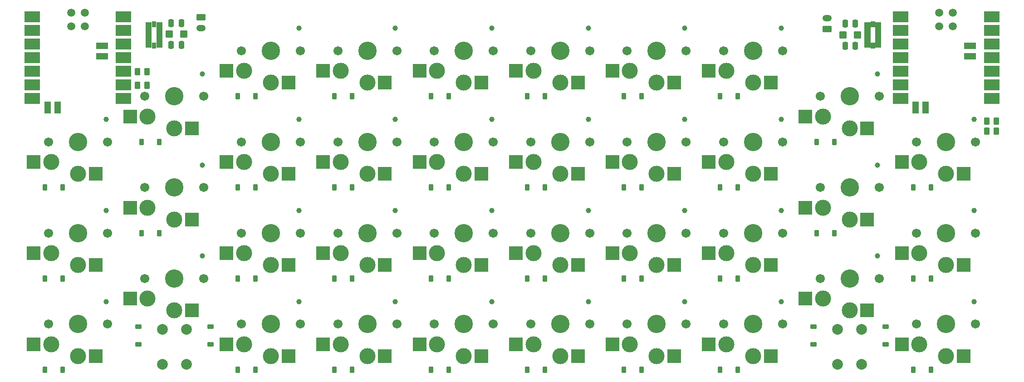
<source format=gbr>
%TF.GenerationSoftware,KiCad,Pcbnew,7.0.2-0*%
%TF.CreationDate,2024-08-24T17:52:38-04:00*%
%TF.ProjectId,PCB,5043422e-6b69-4636-9164-5f7063625858,rev?*%
%TF.SameCoordinates,Original*%
%TF.FileFunction,Soldermask,Bot*%
%TF.FilePolarity,Negative*%
%FSLAX46Y46*%
G04 Gerber Fmt 4.6, Leading zero omitted, Abs format (unit mm)*
G04 Created by KiCad (PCBNEW 7.0.2-0) date 2024-08-24 17:52:38*
%MOMM*%
%LPD*%
G01*
G04 APERTURE LIST*
G04 Aperture macros list*
%AMRoundRect*
0 Rectangle with rounded corners*
0 $1 Rounding radius*
0 $2 $3 $4 $5 $6 $7 $8 $9 X,Y pos of 4 corners*
0 Add a 4 corners polygon primitive as box body*
4,1,4,$2,$3,$4,$5,$6,$7,$8,$9,$2,$3,0*
0 Add four circle primitives for the rounded corners*
1,1,$1+$1,$2,$3*
1,1,$1+$1,$4,$5*
1,1,$1+$1,$6,$7*
1,1,$1+$1,$8,$9*
0 Add four rect primitives between the rounded corners*
20,1,$1+$1,$2,$3,$4,$5,0*
20,1,$1+$1,$4,$5,$6,$7,0*
20,1,$1+$1,$6,$7,$8,$9,0*
20,1,$1+$1,$8,$9,$2,$3,0*%
G04 Aperture macros list end*
%ADD10C,0.010000*%
%ADD11C,1.701800*%
%ADD12C,3.000000*%
%ADD13C,3.429000*%
%ADD14C,0.990600*%
%ADD15R,2.600000X2.600000*%
%ADD16C,2.000000*%
%ADD17RoundRect,0.225000X0.225000X0.375000X-0.225000X0.375000X-0.225000X-0.375000X0.225000X-0.375000X0*%
%ADD18RoundRect,0.250000X0.625000X-0.350000X0.625000X0.350000X-0.625000X0.350000X-0.625000X-0.350000X0*%
%ADD19O,1.750000X1.200000*%
%ADD20RoundRect,0.225000X0.375000X-0.225000X0.375000X0.225000X-0.375000X0.225000X-0.375000X-0.225000X0*%
%ADD21RoundRect,0.250000X-0.450000X-0.425000X0.450000X-0.425000X0.450000X0.425000X-0.450000X0.425000X0*%
%ADD22RoundRect,0.250000X-0.250000X-0.475000X0.250000X-0.475000X0.250000X0.475000X-0.250000X0.475000X0*%
%ADD23RoundRect,0.250000X-0.262500X-0.450000X0.262500X-0.450000X0.262500X0.450000X-0.262500X0.450000X0*%
%ADD24RoundRect,0.250000X0.250000X0.475000X-0.250000X0.475000X-0.250000X-0.475000X0.250000X-0.475000X0*%
%ADD25R,3.000000X2.000000*%
%ADD26C,1.500000*%
%ADD27R,1.300000X2.300000*%
%ADD28R,2.300000X1.300000*%
%ADD29RoundRect,0.250000X0.450000X0.425000X-0.450000X0.425000X-0.450000X-0.425000X0.450000X-0.425000X0*%
%ADD30RoundRect,0.250000X0.262500X0.450000X-0.262500X0.450000X-0.262500X-0.450000X0.262500X-0.450000X0*%
%ADD31RoundRect,0.250000X-0.625000X0.350000X-0.625000X-0.350000X0.625000X-0.350000X0.625000X0.350000X0*%
G04 APERTURE END LIST*
%TO.C,U1*%
D10*
X49665000Y-29343000D02*
X48645000Y-29343000D01*
X48645000Y-28633000D01*
X49665000Y-28633000D01*
X49665000Y-29343000D01*
G36*
X49665000Y-29343000D02*
G01*
X48645000Y-29343000D01*
X48645000Y-28633000D01*
X49665000Y-28633000D01*
X49665000Y-29343000D01*
G37*
X49665000Y-30143000D02*
X48645000Y-30143000D01*
X48645000Y-29433000D01*
X49665000Y-29433000D01*
X49665000Y-30143000D01*
G36*
X49665000Y-30143000D02*
G01*
X48645000Y-30143000D01*
X48645000Y-29433000D01*
X49665000Y-29433000D01*
X49665000Y-30143000D01*
G37*
X49665000Y-30943000D02*
X48645000Y-30943000D01*
X48645000Y-30233000D01*
X49665000Y-30233000D01*
X49665000Y-30943000D01*
G36*
X49665000Y-30943000D02*
G01*
X48645000Y-30943000D01*
X48645000Y-30233000D01*
X49665000Y-30233000D01*
X49665000Y-30943000D01*
G37*
X49665000Y-31743000D02*
X48645000Y-31743000D01*
X48645000Y-31033000D01*
X49665000Y-31033000D01*
X49665000Y-31743000D01*
G36*
X49665000Y-31743000D02*
G01*
X48645000Y-31743000D01*
X48645000Y-31033000D01*
X49665000Y-31033000D01*
X49665000Y-31743000D01*
G37*
X49665000Y-32543000D02*
X48645000Y-32543000D01*
X48645000Y-31833000D01*
X49665000Y-31833000D01*
X49665000Y-32543000D01*
G36*
X49665000Y-32543000D02*
G01*
X48645000Y-32543000D01*
X48645000Y-31833000D01*
X49665000Y-31833000D01*
X49665000Y-32543000D01*
G37*
X49665000Y-33343000D02*
X48645000Y-33343000D01*
X48645000Y-32633000D01*
X49665000Y-32633000D01*
X49665000Y-33343000D01*
G36*
X49665000Y-33343000D02*
G01*
X48645000Y-33343000D01*
X48645000Y-32633000D01*
X49665000Y-32633000D01*
X49665000Y-33343000D01*
G37*
X50520000Y-29488000D02*
X49810000Y-29488000D01*
X49810000Y-28468000D01*
X50520000Y-28468000D01*
X50520000Y-29488000D01*
G36*
X50520000Y-29488000D02*
G01*
X49810000Y-29488000D01*
X49810000Y-28468000D01*
X50520000Y-28468000D01*
X50520000Y-29488000D01*
G37*
X50520000Y-33508000D02*
X49810000Y-33508000D01*
X49810000Y-32488000D01*
X50520000Y-32488000D01*
X50520000Y-33508000D01*
G36*
X50520000Y-33508000D02*
G01*
X49810000Y-33508000D01*
X49810000Y-32488000D01*
X50520000Y-32488000D01*
X50520000Y-33508000D01*
G37*
X51685000Y-29343000D02*
X50665000Y-29343000D01*
X50665000Y-28633000D01*
X51685000Y-28633000D01*
X51685000Y-29343000D01*
G36*
X51685000Y-29343000D02*
G01*
X50665000Y-29343000D01*
X50665000Y-28633000D01*
X51685000Y-28633000D01*
X51685000Y-29343000D01*
G37*
X51685000Y-30143000D02*
X50665000Y-30143000D01*
X50665000Y-29433000D01*
X51685000Y-29433000D01*
X51685000Y-30143000D01*
G36*
X51685000Y-30143000D02*
G01*
X50665000Y-30143000D01*
X50665000Y-29433000D01*
X51685000Y-29433000D01*
X51685000Y-30143000D01*
G37*
X51685000Y-30943000D02*
X50665000Y-30943000D01*
X50665000Y-30233000D01*
X51685000Y-30233000D01*
X51685000Y-30943000D01*
G36*
X51685000Y-30943000D02*
G01*
X50665000Y-30943000D01*
X50665000Y-30233000D01*
X51685000Y-30233000D01*
X51685000Y-30943000D01*
G37*
X51685000Y-31743000D02*
X50665000Y-31743000D01*
X50665000Y-31033000D01*
X51685000Y-31033000D01*
X51685000Y-31743000D01*
G36*
X51685000Y-31743000D02*
G01*
X50665000Y-31743000D01*
X50665000Y-31033000D01*
X51685000Y-31033000D01*
X51685000Y-31743000D01*
G37*
X51685000Y-32543000D02*
X50665000Y-32543000D01*
X50665000Y-31833000D01*
X51685000Y-31833000D01*
X51685000Y-32543000D01*
G36*
X51685000Y-32543000D02*
G01*
X50665000Y-32543000D01*
X50665000Y-31833000D01*
X51685000Y-31833000D01*
X51685000Y-32543000D01*
G37*
X51685000Y-33343000D02*
X50665000Y-33343000D01*
X50665000Y-32633000D01*
X51685000Y-32633000D01*
X51685000Y-33343000D01*
G36*
X51685000Y-33343000D02*
G01*
X50665000Y-33343000D01*
X50665000Y-32633000D01*
X51685000Y-32633000D01*
X51685000Y-33343000D01*
G37*
%TO.C,U3*%
X185820000Y-33343000D02*
X184800000Y-33343000D01*
X184800000Y-32633000D01*
X185820000Y-32633000D01*
X185820000Y-33343000D01*
G36*
X185820000Y-33343000D02*
G01*
X184800000Y-33343000D01*
X184800000Y-32633000D01*
X185820000Y-32633000D01*
X185820000Y-33343000D01*
G37*
X185820000Y-32543000D02*
X184800000Y-32543000D01*
X184800000Y-31833000D01*
X185820000Y-31833000D01*
X185820000Y-32543000D01*
G36*
X185820000Y-32543000D02*
G01*
X184800000Y-32543000D01*
X184800000Y-31833000D01*
X185820000Y-31833000D01*
X185820000Y-32543000D01*
G37*
X185820000Y-31743000D02*
X184800000Y-31743000D01*
X184800000Y-31033000D01*
X185820000Y-31033000D01*
X185820000Y-31743000D01*
G36*
X185820000Y-31743000D02*
G01*
X184800000Y-31743000D01*
X184800000Y-31033000D01*
X185820000Y-31033000D01*
X185820000Y-31743000D01*
G37*
X185820000Y-30943000D02*
X184800000Y-30943000D01*
X184800000Y-30233000D01*
X185820000Y-30233000D01*
X185820000Y-30943000D01*
G36*
X185820000Y-30943000D02*
G01*
X184800000Y-30943000D01*
X184800000Y-30233000D01*
X185820000Y-30233000D01*
X185820000Y-30943000D01*
G37*
X185820000Y-30143000D02*
X184800000Y-30143000D01*
X184800000Y-29433000D01*
X185820000Y-29433000D01*
X185820000Y-30143000D01*
G36*
X185820000Y-30143000D02*
G01*
X184800000Y-30143000D01*
X184800000Y-29433000D01*
X185820000Y-29433000D01*
X185820000Y-30143000D01*
G37*
X185820000Y-29343000D02*
X184800000Y-29343000D01*
X184800000Y-28633000D01*
X185820000Y-28633000D01*
X185820000Y-29343000D01*
G36*
X185820000Y-29343000D02*
G01*
X184800000Y-29343000D01*
X184800000Y-28633000D01*
X185820000Y-28633000D01*
X185820000Y-29343000D01*
G37*
X184655000Y-33508000D02*
X183945000Y-33508000D01*
X183945000Y-32488000D01*
X184655000Y-32488000D01*
X184655000Y-33508000D01*
G36*
X184655000Y-33508000D02*
G01*
X183945000Y-33508000D01*
X183945000Y-32488000D01*
X184655000Y-32488000D01*
X184655000Y-33508000D01*
G37*
X184655000Y-29488000D02*
X183945000Y-29488000D01*
X183945000Y-28468000D01*
X184655000Y-28468000D01*
X184655000Y-29488000D01*
G36*
X184655000Y-29488000D02*
G01*
X183945000Y-29488000D01*
X183945000Y-28468000D01*
X184655000Y-28468000D01*
X184655000Y-29488000D01*
G37*
X183800000Y-33343000D02*
X182780000Y-33343000D01*
X182780000Y-32633000D01*
X183800000Y-32633000D01*
X183800000Y-33343000D01*
G36*
X183800000Y-33343000D02*
G01*
X182780000Y-33343000D01*
X182780000Y-32633000D01*
X183800000Y-32633000D01*
X183800000Y-33343000D01*
G37*
X183800000Y-32543000D02*
X182780000Y-32543000D01*
X182780000Y-31833000D01*
X183800000Y-31833000D01*
X183800000Y-32543000D01*
G36*
X183800000Y-32543000D02*
G01*
X182780000Y-32543000D01*
X182780000Y-31833000D01*
X183800000Y-31833000D01*
X183800000Y-32543000D01*
G37*
X183800000Y-31743000D02*
X182780000Y-31743000D01*
X182780000Y-31033000D01*
X183800000Y-31033000D01*
X183800000Y-31743000D01*
G36*
X183800000Y-31743000D02*
G01*
X182780000Y-31743000D01*
X182780000Y-31033000D01*
X183800000Y-31033000D01*
X183800000Y-31743000D01*
G37*
X183800000Y-30943000D02*
X182780000Y-30943000D01*
X182780000Y-30233000D01*
X183800000Y-30233000D01*
X183800000Y-30943000D01*
G36*
X183800000Y-30943000D02*
G01*
X182780000Y-30943000D01*
X182780000Y-30233000D01*
X183800000Y-30233000D01*
X183800000Y-30943000D01*
G37*
X183800000Y-30143000D02*
X182780000Y-30143000D01*
X182780000Y-29433000D01*
X183800000Y-29433000D01*
X183800000Y-30143000D01*
G36*
X183800000Y-30143000D02*
G01*
X182780000Y-30143000D01*
X182780000Y-29433000D01*
X183800000Y-29433000D01*
X183800000Y-30143000D01*
G37*
X183800000Y-29343000D02*
X182780000Y-29343000D01*
X182780000Y-28633000D01*
X183800000Y-28633000D01*
X183800000Y-29343000D01*
G36*
X183800000Y-29343000D02*
G01*
X182780000Y-29343000D01*
X182780000Y-28633000D01*
X183800000Y-28633000D01*
X183800000Y-29343000D01*
G37*
%TD*%
D11*
%TO.C,MX12*%
X48500000Y-76500000D03*
D12*
X49000000Y-80250000D03*
D13*
X54000000Y-76500000D03*
D12*
X54000000Y-82450000D03*
D14*
X59220000Y-72300000D03*
D11*
X59500000Y-76500000D03*
D15*
X57275000Y-82450000D03*
X45725000Y-80250000D03*
%TD*%
D11*
%TO.C,MX6*%
X30500000Y-68000000D03*
D12*
X31000000Y-71750000D03*
D13*
X36000000Y-68000000D03*
D12*
X36000000Y-73950000D03*
D14*
X41220000Y-63800000D03*
D11*
X41500000Y-68000000D03*
D15*
X39275000Y-73950000D03*
X27725000Y-71750000D03*
%TD*%
D11*
%TO.C,MX15*%
X102500000Y-68000000D03*
D12*
X103000000Y-71750000D03*
D13*
X108000000Y-68000000D03*
D12*
X108000000Y-73950000D03*
D14*
X113220000Y-63800000D03*
D11*
X113500000Y-68000000D03*
D15*
X111275000Y-73950000D03*
X99725000Y-71750000D03*
%TD*%
D11*
%TO.C,MX31*%
X174500000Y-76500000D03*
D12*
X175000000Y-80250000D03*
D13*
X180000000Y-76500000D03*
D12*
X180000000Y-82450000D03*
D14*
X185220000Y-72300000D03*
D11*
X185500000Y-76500000D03*
D15*
X183275000Y-82450000D03*
X171725000Y-80250000D03*
%TD*%
D11*
%TO.C,MX27*%
X156500000Y-51000000D03*
D12*
X157000000Y-54750000D03*
D13*
X162000000Y-51000000D03*
D12*
X162000000Y-56950000D03*
D14*
X167220000Y-46800000D03*
D11*
X167500000Y-51000000D03*
D15*
X165275000Y-56950000D03*
X153725000Y-54750000D03*
%TD*%
D11*
%TO.C,MX5*%
X102500000Y-34000000D03*
D12*
X103000000Y-37750000D03*
D13*
X108000000Y-34000000D03*
D12*
X108000000Y-39950000D03*
D14*
X113220000Y-29800000D03*
D11*
X113500000Y-34000000D03*
D15*
X111275000Y-39950000D03*
X99725000Y-37750000D03*
%TD*%
D11*
%TO.C,MX11*%
X30500000Y-85000000D03*
D12*
X31000000Y-88750000D03*
D13*
X36000000Y-85000000D03*
D12*
X36000000Y-90950000D03*
D14*
X41220000Y-80800000D03*
D11*
X41500000Y-85000000D03*
D15*
X39275000Y-90950000D03*
X27725000Y-88750000D03*
%TD*%
D16*
%TO.C,MX19*%
X51750000Y-92500000D03*
X51750000Y-86000000D03*
X56250000Y-92500000D03*
X56250000Y-86000000D03*
%TD*%
D11*
%TO.C,MX29*%
X120500000Y-51000000D03*
D12*
X121000000Y-54750000D03*
D13*
X126000000Y-51000000D03*
D12*
X126000000Y-56950000D03*
D14*
X131220000Y-46800000D03*
D11*
X131500000Y-51000000D03*
D15*
X129275000Y-56950000D03*
X117725000Y-54750000D03*
%TD*%
D11*
%TO.C,MX16*%
X66500000Y-85000000D03*
D12*
X67000000Y-88750000D03*
D13*
X72000000Y-85000000D03*
D12*
X72000000Y-90950000D03*
D14*
X77220000Y-80800000D03*
D11*
X77500000Y-85000000D03*
D15*
X75275000Y-90950000D03*
X63725000Y-88750000D03*
%TD*%
D16*
%TO.C,MX38*%
X182250000Y-86000000D03*
X182250000Y-92500000D03*
X177750000Y-86000000D03*
X177750000Y-92500000D03*
%TD*%
D11*
%TO.C,MX2*%
X48500000Y-42500000D03*
D12*
X49000000Y-46250000D03*
D13*
X54000000Y-42500000D03*
D12*
X54000000Y-48450000D03*
D14*
X59220000Y-38300000D03*
D11*
X59500000Y-42500000D03*
D15*
X57275000Y-48450000D03*
X45725000Y-46250000D03*
%TD*%
D11*
%TO.C,MX10*%
X102500000Y-51000000D03*
D12*
X103000000Y-54750000D03*
D13*
X108000000Y-51000000D03*
D12*
X108000000Y-56950000D03*
D14*
X113220000Y-46800000D03*
D11*
X113500000Y-51000000D03*
D15*
X111275000Y-56950000D03*
X99725000Y-54750000D03*
%TD*%
D11*
%TO.C,MX30*%
X192500000Y-85000000D03*
D12*
X193000000Y-88750000D03*
D13*
X198000000Y-85000000D03*
D12*
X198000000Y-90950000D03*
D14*
X203220000Y-80800000D03*
D11*
X203500000Y-85000000D03*
D15*
X201275000Y-90950000D03*
X189725000Y-88750000D03*
%TD*%
D11*
%TO.C,MX34*%
X120500000Y-68000000D03*
D12*
X121000000Y-71750000D03*
D13*
X126000000Y-68000000D03*
D12*
X126000000Y-73950000D03*
D14*
X131220000Y-63800000D03*
D11*
X131500000Y-68000000D03*
D15*
X129275000Y-73950000D03*
X117725000Y-71750000D03*
%TD*%
D11*
%TO.C,MX3*%
X66500000Y-34000000D03*
D12*
X67000000Y-37750000D03*
D13*
X72000000Y-34000000D03*
D12*
X72000000Y-39950000D03*
D14*
X77220000Y-29800000D03*
D11*
X77500000Y-34000000D03*
D15*
X75275000Y-39950000D03*
X63725000Y-37750000D03*
%TD*%
D11*
%TO.C,MX21*%
X174500000Y-42500000D03*
D12*
X175000000Y-46250000D03*
D13*
X180000000Y-42500000D03*
D12*
X180000000Y-48450000D03*
D14*
X185220000Y-38300000D03*
D11*
X185500000Y-42500000D03*
D15*
X183275000Y-48450000D03*
X171725000Y-46250000D03*
%TD*%
D11*
%TO.C,MX20*%
X192500000Y-51000000D03*
D12*
X193000000Y-54750000D03*
D13*
X198000000Y-51000000D03*
D12*
X198000000Y-56950000D03*
D14*
X203220000Y-46800000D03*
D11*
X203500000Y-51000000D03*
D15*
X201275000Y-56950000D03*
X189725000Y-54750000D03*
%TD*%
D11*
%TO.C,MX7*%
X48500000Y-59500000D03*
D12*
X49000000Y-63250000D03*
D13*
X54000000Y-59500000D03*
D12*
X54000000Y-65450000D03*
D14*
X59220000Y-55300000D03*
D11*
X59500000Y-59500000D03*
D15*
X57275000Y-65450000D03*
X45725000Y-63250000D03*
%TD*%
D11*
%TO.C,MX32*%
X156500000Y-68000000D03*
D12*
X157000000Y-71750000D03*
D13*
X162000000Y-68000000D03*
D12*
X162000000Y-73950000D03*
D14*
X167220000Y-63800000D03*
D11*
X167500000Y-68000000D03*
D15*
X165275000Y-73950000D03*
X153725000Y-71750000D03*
%TD*%
D11*
%TO.C,MX13*%
X66500000Y-68000000D03*
D12*
X67000000Y-71750000D03*
D13*
X72000000Y-68000000D03*
D12*
X72000000Y-73950000D03*
D14*
X77220000Y-63800000D03*
D11*
X77500000Y-68000000D03*
D15*
X75275000Y-73950000D03*
X63725000Y-71750000D03*
%TD*%
D11*
%TO.C,MX35*%
X156500000Y-85000000D03*
D12*
X157000000Y-88750000D03*
D13*
X162000000Y-85000000D03*
D12*
X162000000Y-90950000D03*
D14*
X167220000Y-80800000D03*
D11*
X167500000Y-85000000D03*
D15*
X165275000Y-90950000D03*
X153725000Y-88750000D03*
%TD*%
D11*
%TO.C,MX33*%
X138500000Y-68000000D03*
D12*
X139000000Y-71750000D03*
D13*
X144000000Y-68000000D03*
D12*
X144000000Y-73950000D03*
D14*
X149220000Y-63800000D03*
D11*
X149500000Y-68000000D03*
D15*
X147275000Y-73950000D03*
X135725000Y-71750000D03*
%TD*%
D11*
%TO.C,MX25*%
X192500000Y-68000000D03*
D12*
X193000000Y-71750000D03*
D13*
X198000000Y-68000000D03*
D12*
X198000000Y-73950000D03*
D14*
X203220000Y-63800000D03*
D11*
X203500000Y-68000000D03*
D15*
X201275000Y-73950000D03*
X189725000Y-71750000D03*
%TD*%
D11*
%TO.C,MX14*%
X84500000Y-68000000D03*
D12*
X85000000Y-71750000D03*
D13*
X90000000Y-68000000D03*
D12*
X90000000Y-73950000D03*
D14*
X95220000Y-63800000D03*
D11*
X95500000Y-68000000D03*
D15*
X93275000Y-73950000D03*
X81725000Y-71750000D03*
%TD*%
D11*
%TO.C,MX1*%
X30500000Y-51000000D03*
D12*
X31000000Y-54750000D03*
D13*
X36000000Y-51000000D03*
D12*
X36000000Y-56950000D03*
D14*
X41220000Y-46800000D03*
D11*
X41500000Y-51000000D03*
D15*
X39275000Y-56950000D03*
X27725000Y-54750000D03*
%TD*%
D11*
%TO.C,MX8*%
X66500000Y-51000000D03*
D12*
X67000000Y-54750000D03*
D13*
X72000000Y-51000000D03*
D12*
X72000000Y-56950000D03*
D14*
X77220000Y-46800000D03*
D11*
X77500000Y-51000000D03*
D15*
X75275000Y-56950000D03*
X63725000Y-54750000D03*
%TD*%
D11*
%TO.C,MX37*%
X120500000Y-85000000D03*
D12*
X121000000Y-88750000D03*
D13*
X126000000Y-85000000D03*
D12*
X126000000Y-90950000D03*
D14*
X131220000Y-80800000D03*
D11*
X131500000Y-85000000D03*
D15*
X129275000Y-90950000D03*
X117725000Y-88750000D03*
%TD*%
D11*
%TO.C,MX28*%
X138500000Y-51000000D03*
D12*
X139000000Y-54750000D03*
D13*
X144000000Y-51000000D03*
D12*
X144000000Y-56950000D03*
D14*
X149220000Y-46800000D03*
D11*
X149500000Y-51000000D03*
D15*
X147275000Y-56950000D03*
X135725000Y-54750000D03*
%TD*%
D11*
%TO.C,MX9*%
X84500000Y-51000000D03*
D12*
X85000000Y-54750000D03*
D13*
X90000000Y-51000000D03*
D12*
X90000000Y-56950000D03*
D14*
X95220000Y-46800000D03*
D11*
X95500000Y-51000000D03*
D15*
X93275000Y-56950000D03*
X81725000Y-54750000D03*
%TD*%
D11*
%TO.C,MX23*%
X138500000Y-34000000D03*
D12*
X139000000Y-37750000D03*
D13*
X144000000Y-34000000D03*
D12*
X144000000Y-39950000D03*
D14*
X149220000Y-29800000D03*
D11*
X149500000Y-34000000D03*
D15*
X147275000Y-39950000D03*
X135725000Y-37750000D03*
%TD*%
D11*
%TO.C,MX36*%
X138500000Y-85000000D03*
D12*
X139000000Y-88750000D03*
D13*
X144000000Y-85000000D03*
D12*
X144000000Y-90950000D03*
D14*
X149220000Y-80800000D03*
D11*
X149500000Y-85000000D03*
D15*
X147275000Y-90950000D03*
X135725000Y-88750000D03*
%TD*%
D11*
%TO.C,MX17*%
X84500000Y-85000000D03*
D12*
X85000000Y-88750000D03*
D13*
X90000000Y-85000000D03*
D12*
X90000000Y-90950000D03*
D14*
X95220000Y-80800000D03*
D11*
X95500000Y-85000000D03*
D15*
X93275000Y-90950000D03*
X81725000Y-88750000D03*
%TD*%
D11*
%TO.C,MX18*%
X102500000Y-85000000D03*
D12*
X103000000Y-88750000D03*
D13*
X108000000Y-85000000D03*
D12*
X108000000Y-90950000D03*
D14*
X113220000Y-80800000D03*
D11*
X113500000Y-85000000D03*
D15*
X111275000Y-90950000D03*
X99725000Y-88750000D03*
%TD*%
D11*
%TO.C,MX4*%
X84500000Y-34000000D03*
D12*
X85000000Y-37750000D03*
D13*
X90000000Y-34000000D03*
D12*
X90000000Y-39950000D03*
D14*
X95220000Y-29800000D03*
D11*
X95500000Y-34000000D03*
D15*
X93275000Y-39950000D03*
X81725000Y-37750000D03*
%TD*%
D11*
%TO.C,MX24*%
X120500000Y-34000000D03*
D12*
X121000000Y-37750000D03*
D13*
X126000000Y-34000000D03*
D12*
X126000000Y-39950000D03*
D14*
X131220000Y-29800000D03*
D11*
X131500000Y-34000000D03*
D15*
X129275000Y-39950000D03*
X117725000Y-37750000D03*
%TD*%
D11*
%TO.C,MX22*%
X156500000Y-34000000D03*
D12*
X157000000Y-37750000D03*
D13*
X162000000Y-34000000D03*
D12*
X162000000Y-39950000D03*
D14*
X167220000Y-29800000D03*
D11*
X167500000Y-34000000D03*
D15*
X165275000Y-39950000D03*
X153725000Y-37750000D03*
%TD*%
D11*
%TO.C,MX26*%
X174500000Y-59500000D03*
D12*
X175000000Y-63250000D03*
D13*
X180000000Y-59500000D03*
D12*
X180000000Y-65450000D03*
D14*
X185220000Y-55300000D03*
D11*
X185500000Y-59500000D03*
D15*
X183275000Y-65450000D03*
X171725000Y-63250000D03*
%TD*%
D17*
%TO.C,D36*%
X141150000Y-93500000D03*
X137850000Y-93500000D03*
%TD*%
%TO.C,D8*%
X69150000Y-59500000D03*
X65850000Y-59500000D03*
%TD*%
%TO.C,D25*%
X195150000Y-76500000D03*
X191850000Y-76500000D03*
%TD*%
D18*
%TO.C,J2*%
X175800000Y-29900000D03*
D19*
X175800000Y-27900000D03*
%TD*%
D17*
%TO.C,D27*%
X159150000Y-59500000D03*
X155850000Y-59500000D03*
%TD*%
D20*
%TO.C,D12*%
X47250000Y-88775000D03*
X47250000Y-85475000D03*
%TD*%
D17*
%TO.C,D1*%
X33150000Y-59500000D03*
X29850000Y-59500000D03*
%TD*%
D21*
%TO.C,C6*%
X178800000Y-31050000D03*
X181500000Y-31050000D03*
%TD*%
D17*
%TO.C,D6*%
X33150000Y-76500000D03*
X29850000Y-76500000D03*
%TD*%
%TO.C,D9*%
X87150000Y-59500000D03*
X83850000Y-59500000D03*
%TD*%
%TO.C,D24*%
X123150000Y-42500000D03*
X119850000Y-42500000D03*
%TD*%
D20*
%TO.C,D38*%
X173250000Y-88775000D03*
X173250000Y-85475000D03*
%TD*%
D17*
%TO.C,D35*%
X159150000Y-93500000D03*
X155850000Y-93500000D03*
%TD*%
%TO.C,D20*%
X195150000Y-59500000D03*
X191850000Y-59500000D03*
%TD*%
D22*
%TO.C,C5*%
X179150000Y-28950000D03*
X181050000Y-28950000D03*
%TD*%
D17*
%TO.C,D28*%
X141150000Y-59500000D03*
X137850000Y-59500000D03*
%TD*%
D20*
%TO.C,D19*%
X60750000Y-88775000D03*
X60750000Y-85475000D03*
%TD*%
D23*
%TO.C,R3*%
X205587500Y-47100000D03*
X207412500Y-47100000D03*
%TD*%
D17*
%TO.C,D13*%
X69150000Y-76500000D03*
X65850000Y-76500000D03*
%TD*%
%TO.C,D23*%
X141150000Y-42500000D03*
X137850000Y-42500000D03*
%TD*%
D24*
%TO.C,C2*%
X55306000Y-28829000D03*
X53406000Y-28829000D03*
%TD*%
D17*
%TO.C,D3*%
X69150000Y-42500000D03*
X65850000Y-42500000D03*
%TD*%
D25*
%TO.C,U2*%
X44500000Y-27675000D03*
X44500000Y-30215000D03*
X44500000Y-32755000D03*
X44500000Y-35295000D03*
X44500000Y-37835000D03*
X44500000Y-40375000D03*
X44500000Y-42915000D03*
X27500000Y-42915000D03*
X27500000Y-40375000D03*
X27500000Y-37835000D03*
X27500000Y-35295000D03*
X27500000Y-32755000D03*
X27500000Y-30215000D03*
X27500000Y-27675000D03*
D26*
X37270000Y-26905000D03*
X34730000Y-26905000D03*
X37270000Y-29445000D03*
X34730000Y-29445000D03*
D27*
X32200000Y-44545000D03*
X30300000Y-44545000D03*
D28*
X40500000Y-33095000D03*
X40500000Y-34995000D03*
%TD*%
D17*
%TO.C,D17*%
X87150000Y-93500000D03*
X83850000Y-93500000D03*
%TD*%
D29*
%TO.C,C3*%
X55706000Y-30861000D03*
X53006000Y-30861000D03*
%TD*%
D17*
%TO.C,D15*%
X105150000Y-76500000D03*
X101850000Y-76500000D03*
%TD*%
D30*
%TO.C,R2*%
X48918500Y-37846000D03*
X47093500Y-37846000D03*
%TD*%
D17*
%TO.C,D34*%
X123150000Y-76500000D03*
X119850000Y-76500000D03*
%TD*%
D25*
%TO.C,U4*%
X206500000Y-27675000D03*
X206500000Y-30215000D03*
X206500000Y-32755000D03*
X206500000Y-35295000D03*
X206500000Y-37835000D03*
X206500000Y-40375000D03*
X206500000Y-42915000D03*
X189500000Y-42915000D03*
X189500000Y-40375000D03*
X189500000Y-37835000D03*
X189500000Y-35295000D03*
X189500000Y-32755000D03*
X189500000Y-30215000D03*
X189500000Y-27675000D03*
D26*
X199270000Y-26905000D03*
X196730000Y-26905000D03*
X199270000Y-29445000D03*
X196730000Y-29445000D03*
D27*
X194200000Y-44545000D03*
X192300000Y-44545000D03*
D28*
X202500000Y-33095000D03*
X202500000Y-34995000D03*
%TD*%
D17*
%TO.C,D32*%
X159150000Y-76500000D03*
X155850000Y-76500000D03*
%TD*%
%TO.C,D18*%
X105150000Y-93500000D03*
X101850000Y-93500000D03*
%TD*%
%TO.C,D4*%
X87150000Y-42500000D03*
X83850000Y-42500000D03*
%TD*%
%TO.C,D21*%
X177150000Y-51000000D03*
X173850000Y-51000000D03*
%TD*%
%TO.C,D29*%
X123150000Y-59500000D03*
X119850000Y-59500000D03*
%TD*%
%TO.C,D16*%
X69150000Y-93500000D03*
X65850000Y-93500000D03*
%TD*%
%TO.C,D33*%
X141150000Y-76500000D03*
X137850000Y-76500000D03*
%TD*%
%TO.C,D30*%
X195150000Y-93500000D03*
X191850000Y-93500000D03*
%TD*%
%TO.C,D7*%
X51150000Y-68000000D03*
X47850000Y-68000000D03*
%TD*%
D30*
%TO.C,R1*%
X48918500Y-40386000D03*
X47093500Y-40386000D03*
%TD*%
D17*
%TO.C,D37*%
X123150000Y-93500000D03*
X119850000Y-93500000D03*
%TD*%
D23*
%TO.C,R4*%
X205587500Y-49000000D03*
X207412500Y-49000000D03*
%TD*%
D17*
%TO.C,D11*%
X33150000Y-93500000D03*
X29850000Y-93500000D03*
%TD*%
D22*
%TO.C,C4*%
X179150000Y-33100000D03*
X181050000Y-33100000D03*
%TD*%
D17*
%TO.C,D2*%
X51150000Y-51000000D03*
X47850000Y-51000000D03*
%TD*%
%TO.C,D26*%
X177150000Y-68000000D03*
X173850000Y-68000000D03*
%TD*%
D31*
%TO.C,J1*%
X58950000Y-27750000D03*
D19*
X58950000Y-29750000D03*
%TD*%
D17*
%TO.C,D22*%
X159150000Y-42500000D03*
X155850000Y-42500000D03*
%TD*%
%TO.C,D5*%
X105150000Y-42500000D03*
X101850000Y-42500000D03*
%TD*%
%TO.C,D10*%
X105150000Y-59500000D03*
X101850000Y-59500000D03*
%TD*%
%TO.C,D14*%
X87150000Y-76500000D03*
X83850000Y-76500000D03*
%TD*%
D20*
%TO.C,D31*%
X186750000Y-88775000D03*
X186750000Y-85475000D03*
%TD*%
D24*
%TO.C,C1*%
X55306000Y-32893000D03*
X53406000Y-32893000D03*
%TD*%
M02*

</source>
